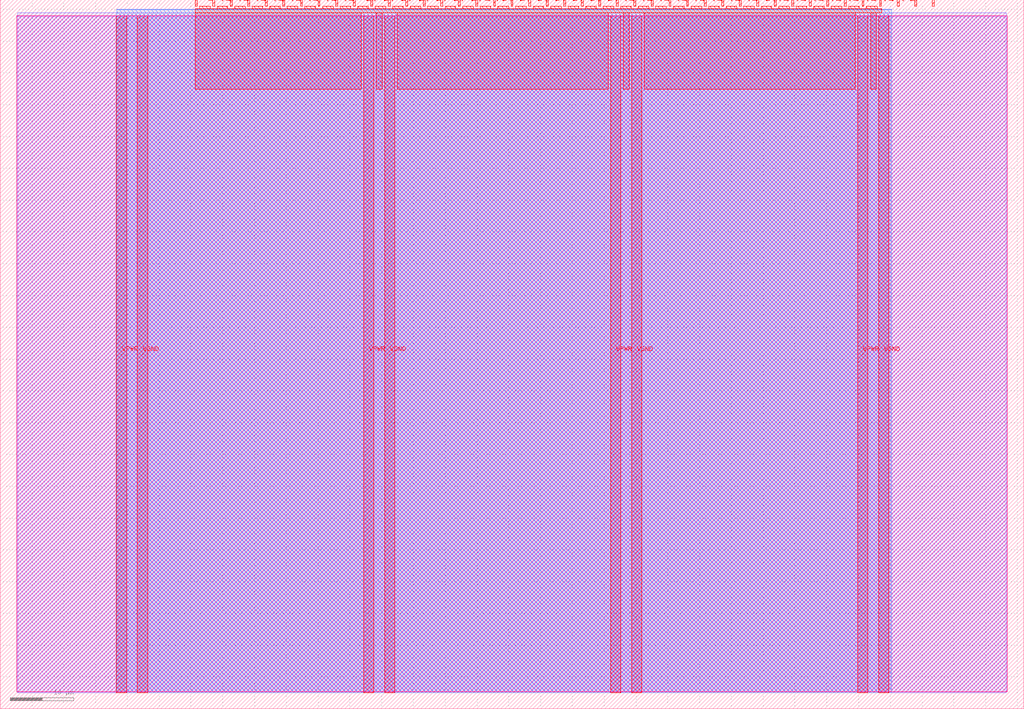
<source format=lef>
VERSION 5.7 ;
  NOWIREEXTENSIONATPIN ON ;
  DIVIDERCHAR "/" ;
  BUSBITCHARS "[]" ;
MACRO tt_um_vedic_4x4
  CLASS BLOCK ;
  FOREIGN tt_um_vedic_4x4 ;
  ORIGIN 0.000 0.000 ;
  SIZE 161.000 BY 111.520 ;
  PIN VGND
    DIRECTION INOUT ;
    USE GROUND ;
    PORT
      LAYER met4 ;
        RECT 21.580 2.480 23.180 109.040 ;
    END
    PORT
      LAYER met4 ;
        RECT 60.450 2.480 62.050 109.040 ;
    END
    PORT
      LAYER met4 ;
        RECT 99.320 2.480 100.920 109.040 ;
    END
    PORT
      LAYER met4 ;
        RECT 138.190 2.480 139.790 109.040 ;
    END
  END VGND
  PIN VPWR
    DIRECTION INOUT ;
    USE POWER ;
    PORT
      LAYER met4 ;
        RECT 18.280 2.480 19.880 109.040 ;
    END
    PORT
      LAYER met4 ;
        RECT 57.150 2.480 58.750 109.040 ;
    END
    PORT
      LAYER met4 ;
        RECT 96.020 2.480 97.620 109.040 ;
    END
    PORT
      LAYER met4 ;
        RECT 134.890 2.480 136.490 109.040 ;
    END
  END VPWR
  PIN clk
    DIRECTION INPUT ;
    USE SIGNAL ;
    PORT
      LAYER met4 ;
        RECT 143.830 110.520 144.130 111.520 ;
    END
  END clk
  PIN ena
    DIRECTION INPUT ;
    USE SIGNAL ;
    PORT
      LAYER met4 ;
        RECT 146.590 110.520 146.890 111.520 ;
    END
  END ena
  PIN rst_n
    DIRECTION INPUT ;
    USE SIGNAL ;
    PORT
      LAYER met4 ;
        RECT 141.070 110.520 141.370 111.520 ;
    END
  END rst_n
  PIN ui_in[0]
    DIRECTION INPUT ;
    USE SIGNAL ;
    ANTENNAGATEAREA 0.126000 ;
    PORT
      LAYER met4 ;
        RECT 138.310 110.520 138.610 111.520 ;
    END
  END ui_in[0]
  PIN ui_in[1]
    DIRECTION INPUT ;
    USE SIGNAL ;
    ANTENNAGATEAREA 0.213000 ;
    PORT
      LAYER met4 ;
        RECT 135.550 110.520 135.850 111.520 ;
    END
  END ui_in[1]
  PIN ui_in[2]
    DIRECTION INPUT ;
    USE SIGNAL ;
    ANTENNAGATEAREA 0.126000 ;
    PORT
      LAYER met4 ;
        RECT 132.790 110.520 133.090 111.520 ;
    END
  END ui_in[2]
  PIN ui_in[3]
    DIRECTION INPUT ;
    USE SIGNAL ;
    ANTENNAGATEAREA 0.126000 ;
    PORT
      LAYER met4 ;
        RECT 130.030 110.520 130.330 111.520 ;
    END
  END ui_in[3]
  PIN ui_in[4]
    DIRECTION INPUT ;
    USE SIGNAL ;
    ANTENNAGATEAREA 0.196500 ;
    PORT
      LAYER met4 ;
        RECT 127.270 110.520 127.570 111.520 ;
    END
  END ui_in[4]
  PIN ui_in[5]
    DIRECTION INPUT ;
    USE SIGNAL ;
    ANTENNAGATEAREA 0.196500 ;
    PORT
      LAYER met4 ;
        RECT 124.510 110.520 124.810 111.520 ;
    END
  END ui_in[5]
  PIN ui_in[6]
    DIRECTION INPUT ;
    USE SIGNAL ;
    ANTENNAGATEAREA 0.196500 ;
    PORT
      LAYER met4 ;
        RECT 121.750 110.520 122.050 111.520 ;
    END
  END ui_in[6]
  PIN ui_in[7]
    DIRECTION INPUT ;
    USE SIGNAL ;
    ANTENNAGATEAREA 0.213000 ;
    PORT
      LAYER met4 ;
        RECT 118.990 110.520 119.290 111.520 ;
    END
  END ui_in[7]
  PIN uio_in[0]
    DIRECTION INPUT ;
    USE SIGNAL ;
    PORT
      LAYER met4 ;
        RECT 116.230 110.520 116.530 111.520 ;
    END
  END uio_in[0]
  PIN uio_in[1]
    DIRECTION INPUT ;
    USE SIGNAL ;
    PORT
      LAYER met4 ;
        RECT 113.470 110.520 113.770 111.520 ;
    END
  END uio_in[1]
  PIN uio_in[2]
    DIRECTION INPUT ;
    USE SIGNAL ;
    PORT
      LAYER met4 ;
        RECT 110.710 110.520 111.010 111.520 ;
    END
  END uio_in[2]
  PIN uio_in[3]
    DIRECTION INPUT ;
    USE SIGNAL ;
    PORT
      LAYER met4 ;
        RECT 107.950 110.520 108.250 111.520 ;
    END
  END uio_in[3]
  PIN uio_in[4]
    DIRECTION INPUT ;
    USE SIGNAL ;
    PORT
      LAYER met4 ;
        RECT 105.190 110.520 105.490 111.520 ;
    END
  END uio_in[4]
  PIN uio_in[5]
    DIRECTION INPUT ;
    USE SIGNAL ;
    PORT
      LAYER met4 ;
        RECT 102.430 110.520 102.730 111.520 ;
    END
  END uio_in[5]
  PIN uio_in[6]
    DIRECTION INPUT ;
    USE SIGNAL ;
    PORT
      LAYER met4 ;
        RECT 99.670 110.520 99.970 111.520 ;
    END
  END uio_in[6]
  PIN uio_in[7]
    DIRECTION INPUT ;
    USE SIGNAL ;
    PORT
      LAYER met4 ;
        RECT 96.910 110.520 97.210 111.520 ;
    END
  END uio_in[7]
  PIN uio_oe[0]
    DIRECTION OUTPUT ;
    USE SIGNAL ;
    PORT
      LAYER met4 ;
        RECT 49.990 110.520 50.290 111.520 ;
    END
  END uio_oe[0]
  PIN uio_oe[1]
    DIRECTION OUTPUT ;
    USE SIGNAL ;
    PORT
      LAYER met4 ;
        RECT 47.230 110.520 47.530 111.520 ;
    END
  END uio_oe[1]
  PIN uio_oe[2]
    DIRECTION OUTPUT ;
    USE SIGNAL ;
    PORT
      LAYER met4 ;
        RECT 44.470 110.520 44.770 111.520 ;
    END
  END uio_oe[2]
  PIN uio_oe[3]
    DIRECTION OUTPUT ;
    USE SIGNAL ;
    PORT
      LAYER met4 ;
        RECT 41.710 110.520 42.010 111.520 ;
    END
  END uio_oe[3]
  PIN uio_oe[4]
    DIRECTION OUTPUT ;
    USE SIGNAL ;
    PORT
      LAYER met4 ;
        RECT 38.950 110.520 39.250 111.520 ;
    END
  END uio_oe[4]
  PIN uio_oe[5]
    DIRECTION OUTPUT ;
    USE SIGNAL ;
    PORT
      LAYER met4 ;
        RECT 36.190 110.520 36.490 111.520 ;
    END
  END uio_oe[5]
  PIN uio_oe[6]
    DIRECTION OUTPUT ;
    USE SIGNAL ;
    PORT
      LAYER met4 ;
        RECT 33.430 110.520 33.730 111.520 ;
    END
  END uio_oe[6]
  PIN uio_oe[7]
    DIRECTION OUTPUT ;
    USE SIGNAL ;
    PORT
      LAYER met4 ;
        RECT 30.670 110.520 30.970 111.520 ;
    END
  END uio_oe[7]
  PIN uio_out[0]
    DIRECTION OUTPUT ;
    USE SIGNAL ;
    PORT
      LAYER met4 ;
        RECT 72.070 110.520 72.370 111.520 ;
    END
  END uio_out[0]
  PIN uio_out[1]
    DIRECTION OUTPUT ;
    USE SIGNAL ;
    PORT
      LAYER met4 ;
        RECT 69.310 110.520 69.610 111.520 ;
    END
  END uio_out[1]
  PIN uio_out[2]
    DIRECTION OUTPUT ;
    USE SIGNAL ;
    PORT
      LAYER met4 ;
        RECT 66.550 110.520 66.850 111.520 ;
    END
  END uio_out[2]
  PIN uio_out[3]
    DIRECTION OUTPUT ;
    USE SIGNAL ;
    PORT
      LAYER met4 ;
        RECT 63.790 110.520 64.090 111.520 ;
    END
  END uio_out[3]
  PIN uio_out[4]
    DIRECTION OUTPUT ;
    USE SIGNAL ;
    PORT
      LAYER met4 ;
        RECT 61.030 110.520 61.330 111.520 ;
    END
  END uio_out[4]
  PIN uio_out[5]
    DIRECTION OUTPUT ;
    USE SIGNAL ;
    PORT
      LAYER met4 ;
        RECT 58.270 110.520 58.570 111.520 ;
    END
  END uio_out[5]
  PIN uio_out[6]
    DIRECTION OUTPUT ;
    USE SIGNAL ;
    PORT
      LAYER met4 ;
        RECT 55.510 110.520 55.810 111.520 ;
    END
  END uio_out[6]
  PIN uio_out[7]
    DIRECTION OUTPUT ;
    USE SIGNAL ;
    PORT
      LAYER met4 ;
        RECT 52.750 110.520 53.050 111.520 ;
    END
  END uio_out[7]
  PIN uo_out[0]
    DIRECTION OUTPUT ;
    USE SIGNAL ;
    ANTENNADIFFAREA 0.445500 ;
    PORT
      LAYER met4 ;
        RECT 94.150 110.520 94.450 111.520 ;
    END
  END uo_out[0]
  PIN uo_out[1]
    DIRECTION OUTPUT ;
    USE SIGNAL ;
    ANTENNADIFFAREA 0.445500 ;
    PORT
      LAYER met4 ;
        RECT 91.390 110.520 91.690 111.520 ;
    END
  END uo_out[1]
  PIN uo_out[2]
    DIRECTION OUTPUT ;
    USE SIGNAL ;
    ANTENNADIFFAREA 1.721000 ;
    PORT
      LAYER met4 ;
        RECT 88.630 110.520 88.930 111.520 ;
    END
  END uo_out[2]
  PIN uo_out[3]
    DIRECTION OUTPUT ;
    USE SIGNAL ;
    ANTENNADIFFAREA 1.242000 ;
    PORT
      LAYER met4 ;
        RECT 85.870 110.520 86.170 111.520 ;
    END
  END uo_out[3]
  PIN uo_out[4]
    DIRECTION OUTPUT ;
    USE SIGNAL ;
    ANTENNADIFFAREA 1.721000 ;
    PORT
      LAYER met4 ;
        RECT 83.110 110.520 83.410 111.520 ;
    END
  END uo_out[4]
  PIN uo_out[5]
    DIRECTION OUTPUT ;
    USE SIGNAL ;
    ANTENNADIFFAREA 1.721000 ;
    PORT
      LAYER met4 ;
        RECT 80.350 110.520 80.650 111.520 ;
    END
  END uo_out[5]
  PIN uo_out[6]
    DIRECTION OUTPUT ;
    USE SIGNAL ;
    ANTENNADIFFAREA 1.721000 ;
    PORT
      LAYER met4 ;
        RECT 77.590 110.520 77.890 111.520 ;
    END
  END uo_out[6]
  PIN uo_out[7]
    DIRECTION OUTPUT ;
    USE SIGNAL ;
    ANTENNADIFFAREA 0.891000 ;
    PORT
      LAYER met4 ;
        RECT 74.830 110.520 75.130 111.520 ;
    END
  END uo_out[7]
  OBS
      LAYER nwell ;
        RECT 2.570 2.635 158.430 108.990 ;
      LAYER li1 ;
        RECT 2.760 2.635 158.240 108.885 ;
      LAYER met1 ;
        RECT 2.760 2.480 158.240 109.440 ;
      LAYER met2 ;
        RECT 18.310 2.535 140.210 110.005 ;
      LAYER met3 ;
        RECT 18.290 2.555 140.235 109.985 ;
      LAYER met4 ;
        RECT 31.370 110.120 33.030 110.520 ;
        RECT 34.130 110.120 35.790 110.520 ;
        RECT 36.890 110.120 38.550 110.520 ;
        RECT 39.650 110.120 41.310 110.520 ;
        RECT 42.410 110.120 44.070 110.520 ;
        RECT 45.170 110.120 46.830 110.520 ;
        RECT 47.930 110.120 49.590 110.520 ;
        RECT 50.690 110.120 52.350 110.520 ;
        RECT 53.450 110.120 55.110 110.520 ;
        RECT 56.210 110.120 57.870 110.520 ;
        RECT 58.970 110.120 60.630 110.520 ;
        RECT 61.730 110.120 63.390 110.520 ;
        RECT 64.490 110.120 66.150 110.520 ;
        RECT 67.250 110.120 68.910 110.520 ;
        RECT 70.010 110.120 71.670 110.520 ;
        RECT 72.770 110.120 74.430 110.520 ;
        RECT 75.530 110.120 77.190 110.520 ;
        RECT 78.290 110.120 79.950 110.520 ;
        RECT 81.050 110.120 82.710 110.520 ;
        RECT 83.810 110.120 85.470 110.520 ;
        RECT 86.570 110.120 88.230 110.520 ;
        RECT 89.330 110.120 90.990 110.520 ;
        RECT 92.090 110.120 93.750 110.520 ;
        RECT 94.850 110.120 96.510 110.520 ;
        RECT 97.610 110.120 99.270 110.520 ;
        RECT 100.370 110.120 102.030 110.520 ;
        RECT 103.130 110.120 104.790 110.520 ;
        RECT 105.890 110.120 107.550 110.520 ;
        RECT 108.650 110.120 110.310 110.520 ;
        RECT 111.410 110.120 113.070 110.520 ;
        RECT 114.170 110.120 115.830 110.520 ;
        RECT 116.930 110.120 118.590 110.520 ;
        RECT 119.690 110.120 121.350 110.520 ;
        RECT 122.450 110.120 124.110 110.520 ;
        RECT 125.210 110.120 126.870 110.520 ;
        RECT 127.970 110.120 129.630 110.520 ;
        RECT 130.730 110.120 132.390 110.520 ;
        RECT 133.490 110.120 135.150 110.520 ;
        RECT 136.250 110.120 137.910 110.520 ;
        RECT 30.655 109.440 138.625 110.120 ;
        RECT 30.655 97.415 56.750 109.440 ;
        RECT 59.150 97.415 60.050 109.440 ;
        RECT 62.450 97.415 95.620 109.440 ;
        RECT 98.020 97.415 98.920 109.440 ;
        RECT 101.320 97.415 134.490 109.440 ;
        RECT 136.890 97.415 137.790 109.440 ;
  END
END tt_um_vedic_4x4
END LIBRARY


</source>
